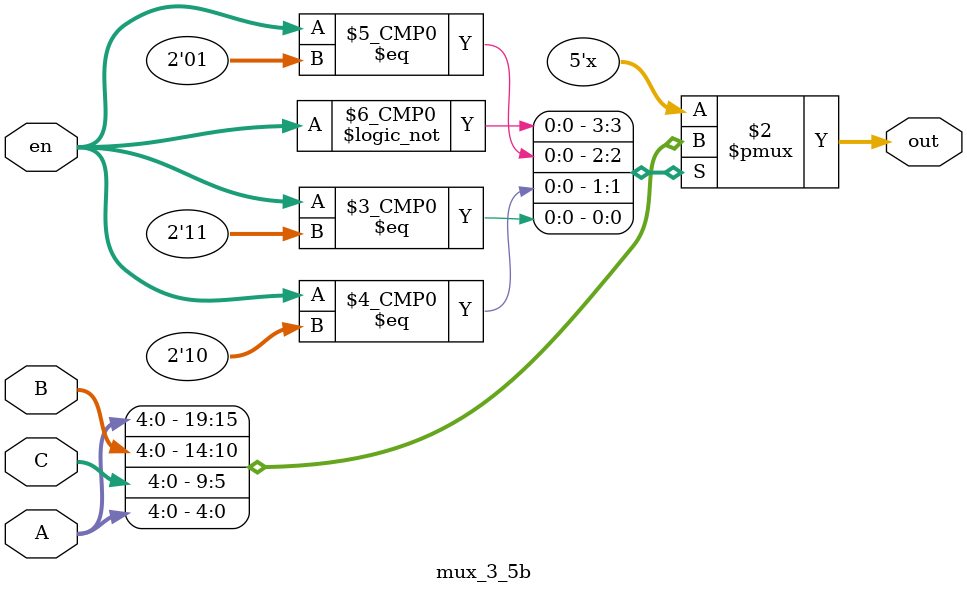
<source format=v>
`timescale 1ns / 1ps
module mux_3_5b(  
	input [1:0] en,
	input [4:0] A,B,C,
	output reg[4:0] out
);
	always@(*)
	begin
		case(en[1:0])
			2'b00:out<=A;
			2'b01:out<=B;
			2'b10:out<=C;
			2'b11:out<=A;
		endcase
	end
endmodule


</source>
